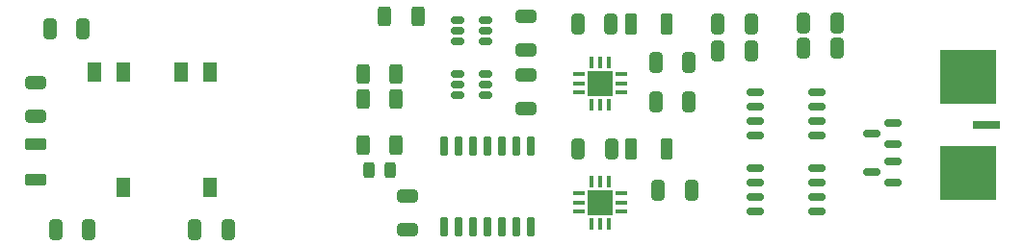
<source format=gbr>
%TF.GenerationSoftware,KiCad,Pcbnew,8.0.6*%
%TF.CreationDate,2024-11-11T23:30:30+07:00*%
%TF.ProjectId,panel,70616e65-6c2e-46b6-9963-61645f706362,rev?*%
%TF.SameCoordinates,PX6b0cc90PY5b8d800*%
%TF.FileFunction,Paste,Top*%
%TF.FilePolarity,Positive*%
%FSLAX46Y46*%
G04 Gerber Fmt 4.6, Leading zero omitted, Abs format (unit mm)*
G04 Created by KiCad (PCBNEW 8.0.6) date 2024-11-11 23:30:30*
%MOMM*%
%LPD*%
G01*
G04 APERTURE LIST*
G04 Aperture macros list*
%AMRoundRect*
0 Rectangle with rounded corners*
0 $1 Rounding radius*
0 $2 $3 $4 $5 $6 $7 $8 $9 X,Y pos of 4 corners*
0 Add a 4 corners polygon primitive as box body*
4,1,4,$2,$3,$4,$5,$6,$7,$8,$9,$2,$3,0*
0 Add four circle primitives for the rounded corners*
1,1,$1+$1,$2,$3*
1,1,$1+$1,$4,$5*
1,1,$1+$1,$6,$7*
1,1,$1+$1,$8,$9*
0 Add four rect primitives between the rounded corners*
20,1,$1+$1,$2,$3,$4,$5,0*
20,1,$1+$1,$4,$5,$6,$7,0*
20,1,$1+$1,$6,$7,$8,$9,0*
20,1,$1+$1,$8,$9,$2,$3,0*%
G04 Aperture macros list end*
%ADD10RoundRect,0.250000X-0.650000X0.325000X-0.650000X-0.325000X0.650000X-0.325000X0.650000X0.325000X0*%
%ADD11RoundRect,0.175000X0.175000X0.712500X-0.175000X0.712500X-0.175000X-0.712500X0.175000X-0.712500X0*%
%ADD12RoundRect,0.087500X0.462500X-0.087500X0.462500X0.087500X-0.462500X0.087500X-0.462500X-0.087500X0*%
%ADD13RoundRect,0.087500X-0.087500X-0.462500X0.087500X-0.462500X0.087500X0.462500X-0.087500X0.462500X0*%
%ADD14R,2.250000X2.250000*%
%ADD15RoundRect,0.250000X-0.325000X-0.650000X0.325000X-0.650000X0.325000X0.650000X-0.325000X0.650000X0*%
%ADD16RoundRect,0.250000X0.275000X0.700000X-0.275000X0.700000X-0.275000X-0.700000X0.275000X-0.700000X0*%
%ADD17RoundRect,0.250000X0.650000X-0.325000X0.650000X0.325000X-0.650000X0.325000X-0.650000X-0.325000X0*%
%ADD18RoundRect,0.150000X0.587500X0.150000X-0.587500X0.150000X-0.587500X-0.150000X0.587500X-0.150000X0*%
%ADD19RoundRect,0.243750X-0.243750X-0.456250X0.243750X-0.456250X0.243750X0.456250X-0.243750X0.456250X0*%
%ADD20RoundRect,0.150000X0.450000X-0.150000X0.450000X0.150000X-0.450000X0.150000X-0.450000X-0.150000X0*%
%ADD21RoundRect,0.250000X-0.312500X-0.625000X0.312500X-0.625000X0.312500X0.625000X-0.312500X0.625000X0*%
%ADD22R,2.350000X0.700000*%
%ADD23R,4.900000X4.800000*%
%ADD24RoundRect,0.162500X0.600000X-0.162500X0.600000X0.162500X-0.600000X0.162500X-0.600000X-0.162500X0*%
%ADD25RoundRect,0.250000X0.700000X-0.275000X0.700000X0.275000X-0.700000X0.275000X-0.700000X-0.275000X0*%
%ADD26RoundRect,0.250000X0.325000X0.650000X-0.325000X0.650000X-0.325000X-0.650000X0.325000X-0.650000X0*%
%ADD27R,1.200000X1.800000*%
G04 APERTURE END LIST*
D10*
%TO.C,C16*%
X45399999Y15675000D03*
X45399999Y12725000D03*
%TD*%
D11*
%TO.C,H1*%
X38189999Y2274000D03*
X39459999Y2274000D03*
X40729999Y2274000D03*
X41999999Y2274000D03*
X43269999Y2274000D03*
X44539999Y2274000D03*
X45809999Y2274000D03*
X45809999Y9350000D03*
X44539999Y9350000D03*
X43269999Y9350000D03*
X41999999Y9350000D03*
X40729999Y9350000D03*
X39459999Y9350000D03*
X38189999Y9350000D03*
%TD*%
D12*
%TO.C,IC2*%
X50049999Y15700000D03*
X50049999Y14900000D03*
X50049999Y14100000D03*
D13*
X51099999Y13050000D03*
X51899999Y13050000D03*
X52699999Y13050000D03*
D12*
X53749999Y14100000D03*
X53749999Y14900000D03*
X53749999Y15700000D03*
D13*
X52699999Y16750000D03*
X51899999Y16750000D03*
X51099999Y16750000D03*
D14*
X51899999Y14900000D03*
%TD*%
D15*
%TO.C,C4*%
X56774999Y16750000D03*
X59724999Y16750000D03*
%TD*%
%TO.C,C3*%
X62274999Y20150000D03*
X65224999Y20150000D03*
%TD*%
D16*
%TO.C,FB1*%
X57724999Y20150000D03*
X54574999Y20150000D03*
%TD*%
D17*
%TO.C,C15*%
X45399999Y17875000D03*
X45399999Y20825000D03*
%TD*%
D18*
%TO.C,D1*%
X77624999Y9550000D03*
X77624999Y11450000D03*
X75749999Y10500000D03*
%TD*%
D15*
%TO.C,C9*%
X57024999Y5500000D03*
X59974999Y5500000D03*
%TD*%
D19*
%TO.C,D3*%
X31562499Y7250000D03*
X33437499Y7250000D03*
%TD*%
D15*
%TO.C,C8*%
X49974999Y9150000D03*
X52924999Y9150000D03*
%TD*%
D17*
%TO.C,C14*%
X34999999Y2025000D03*
X34999999Y4975000D03*
%TD*%
D20*
%TO.C,IC1*%
X39349999Y20500000D03*
X39349999Y19550000D03*
X39349999Y18600000D03*
X41849999Y18600000D03*
X41849999Y19550000D03*
X41849999Y20500000D03*
%TD*%
D15*
%TO.C,C6*%
X69774999Y18000000D03*
X72724999Y18000000D03*
%TD*%
D21*
%TO.C,R1*%
X31037499Y9500000D03*
X33962499Y9500000D03*
%TD*%
D22*
%TO.C,J1*%
X85850999Y11250000D03*
D23*
X84275999Y7000000D03*
X84275999Y15500000D03*
%TD*%
D15*
%TO.C,C5*%
X56774999Y13250000D03*
X59724999Y13250000D03*
%TD*%
D24*
%TO.C,IC3*%
X65537999Y14155000D03*
X65537999Y12885000D03*
X65537999Y11615000D03*
X65537999Y10345000D03*
X70961999Y10345000D03*
X70961999Y11615000D03*
X70961999Y12885000D03*
X70961999Y14155000D03*
%TD*%
D18*
%TO.C,D2*%
X77624999Y6150000D03*
X77624999Y8050000D03*
X75749999Y7100000D03*
%TD*%
D16*
%TO.C,FB2*%
X57774999Y9150000D03*
X54624999Y9150000D03*
%TD*%
D15*
%TO.C,C7*%
X69774999Y20250000D03*
X72724999Y20250000D03*
%TD*%
%TO.C,C2*%
X62274999Y17750000D03*
X65224999Y17750000D03*
%TD*%
%TO.C,C1*%
X49924999Y20150000D03*
X52874999Y20150000D03*
%TD*%
D21*
%TO.C,R4*%
X31037499Y13500000D03*
X33962499Y13500000D03*
%TD*%
D12*
%TO.C,IC5*%
X50049999Y5200000D03*
X50049999Y4400000D03*
X50049999Y3600000D03*
D13*
X51099999Y2550000D03*
X51899999Y2550000D03*
X52699999Y2550000D03*
D12*
X53749999Y3600000D03*
X53749999Y4400000D03*
X53749999Y5200000D03*
D13*
X52699999Y6250000D03*
X51899999Y6250000D03*
X51099999Y6250000D03*
D14*
X51899999Y4400000D03*
%TD*%
D24*
%TO.C,IC6*%
X65537999Y7405000D03*
X65537999Y6135000D03*
X65537999Y4865000D03*
X65537999Y3595000D03*
X70961999Y3595000D03*
X70961999Y4865000D03*
X70961999Y6135000D03*
X70961999Y7405000D03*
%TD*%
D20*
%TO.C,IC4*%
X39349999Y15750000D03*
X39349999Y14800000D03*
X39349999Y13850000D03*
X41849999Y13850000D03*
X41849999Y14800000D03*
X41849999Y15750000D03*
%TD*%
D21*
%TO.C,R2*%
X32937499Y20850000D03*
X35862499Y20850000D03*
%TD*%
%TO.C,R3*%
X31037499Y15750000D03*
X33962499Y15750000D03*
%TD*%
D15*
%TO.C,C12*%
X3525002Y19749999D03*
X6475002Y19749999D03*
%TD*%
D10*
%TO.C,C11*%
X2250002Y14974999D03*
X2250002Y12024999D03*
%TD*%
D25*
%TO.C,L1*%
X2250002Y6424999D03*
X2250002Y9574999D03*
%TD*%
D26*
%TO.C,C13*%
X19225002Y1999999D03*
X16275002Y1999999D03*
%TD*%
D27*
%TO.C,PS1*%
X17580002Y15924999D03*
X15040002Y15924999D03*
X9960002Y15924999D03*
X7420002Y15924999D03*
X9960002Y5724999D03*
X17580002Y5724999D03*
%TD*%
D15*
%TO.C,C10*%
X4025002Y1999999D03*
X6975002Y1999999D03*
%TD*%
M02*

</source>
